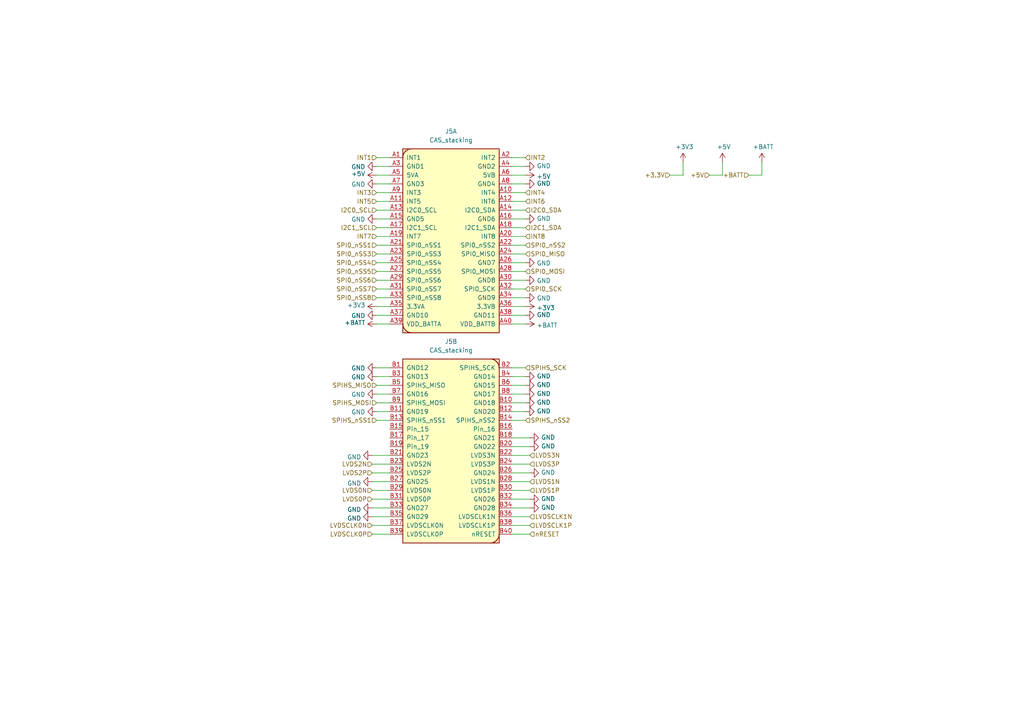
<source format=kicad_sch>
(kicad_sch (version 20211123) (generator eeschema)
  (paper "A4")
  (lib_symbols
    (symbol "power:+3.3V" (power) (pin_names (offset 0))
      (property "Value" "+3.3V" (at 0 3.556 0))
      (symbol "+3.3V_0_1"
        (polyline (pts (xy -0.762 1.27) (xy 0 2.54)))
        (polyline (pts (xy 0 0) (xy 0 2.54)))
        (polyline (pts (xy 0 2.54) (xy 0.762 1.27)))
      )
      (symbol "+3.3V_1_1"
        (pin power_in line (at 0 0 90) (length 0) hide (name "+3V3") (number "1"))
      )
    )
    (symbol "power:+5V" (power) (pin_names (offset 0))
      (property "Value" "+5V" (at 0 3.556 0))
      (symbol "+5V_0_1"
        (polyline (pts (xy -0.762 1.27) (xy 0 2.54)))
        (polyline (pts (xy 0 0) (xy 0 2.54)))
        (polyline (pts (xy 0 2.54) (xy 0.762 1.27)))
      )
      (symbol "+5V_1_1"
        (pin power_in line (at 0 0 90) (length 0) hide (name "+5V") (number "1"))
      )
    )
    (symbol "power:+BATT" (power) (pin_names (offset 0))
      (property "Value" "+BATT" (at 0 3.556 0))
      (symbol "+BATT_0_1"
        (polyline (pts (xy -0.762 1.27) (xy 0 2.54)))
        (polyline (pts (xy 0 0) (xy 0 2.54)))
        (polyline (pts (xy 0 2.54) (xy 0.762 1.27)))
      )
      (symbol "+BATT_1_1"
        (pin power_in line (at 0 0 90) (length 0) hide (name "+BATT") (number "1"))
      )
    )
    (symbol "power:GND" (power) (pin_names (offset 0))
      (property "Value" "GND" (at 0 -3.81 0))
      (symbol "GND_0_1"
        (polyline (pts (xy 0 0) (xy 0 -1.27) (xy 1.27 -1.27) (xy 0 -2.54) (xy -1.27 -1.27) (xy 0 -1.27)))
      )
      (symbol "GND_1_1"
        (pin power_in line (at 0 0 270) (length 0) hide (name "GND") (number "1"))
      )
    )
    (symbol "star-common-lib:CAS_stacking" (pin_names (offset 1.016))
      (property "Reference" "J" (at 0 31.75 0))
      (property "Value" "CAS_stacking" (at 0 29.21 0))
      (symbol "CAS_stacking_0_0"
        (rectangle (start -13.97 26.67) (end 13.97 -26.67) (stroke (width 0.254)) (fill (type background)))
      )
      (symbol "CAS_stacking_1_0"
        (arc (start -13.97 -24.13) (mid -13.2134 -25.9134) (end -11.43 -26.67) (stroke (width 0.254)))
        (arc (start -11.43 26.67) (mid -13.2313 25.9313) (end -13.97 24.13) (stroke (width 0.254)))
      )
      (symbol "CAS_stacking_1_1"
        (pin passive line (at -17.78 24.13 0) (length 3.81) (name "INT1") (number "A1"))
        (pin passive line (at 17.78 13.97 180) (length 3.81) (name "INT4") (number "A10"))
        (pin passive line (at -17.78 11.43 0) (length 3.81) (name "INT5") (number "A11"))
        (pin passive line (at 17.78 11.43 180) (length 3.81) (name "INT6") (number "A12"))
        (pin passive line (at -17.78 8.89 0) (length 3.81) (name "I2C0_SCL") (number "A13"))
        (pin passive line (at 17.78 8.89 180) (length 3.81) (name "I2C0_SDA") (number "A14"))
        (pin passive line (at -17.78 6.35 0) (length 3.81) (name "GND5") (number "A15"))
        (pin passive line (at 17.78 6.35 180) (length 3.81) (name "GND6") (number "A16"))
        (pin passive line (at -17.78 3.81 0) (length 3.81) (name "I2C1_SCL") (number "A17"))
        (pin passive line (at 17.78 3.81 180) (length 3.81) (name "I2C1_SDA") (number "A18"))
        (pin passive line (at -17.78 1.27 0) (length 3.81) (name "INT7") (number "A19"))
        (pin passive line (at 17.78 24.13 180) (length 3.81) (name "INT2") (number "A2"))
        (pin passive line (at 17.78 1.27 180) (length 3.81) (name "INT8") (number "A20"))
        (pin passive line (at -17.78 -1.27 0) (length 3.81) (name "SPI0_nSS1") (number "A21"))
        (pin passive line (at 17.78 -1.27 180) (length 3.81) (name "SPI0_nSS2") (number "A22"))
        (pin passive line (at -17.78 -3.81 0) (length 3.81) (name "SPI0_nSS3") (number "A23"))
        (pin passive line (at 17.78 -3.81 180) (length 3.81) (name "SPI0_MISO") (number "A24"))
        (pin passive line (at -17.78 -6.35 0) (length 3.81) (name "SPI0_nSS4") (number "A25"))
        (pin passive line (at 17.78 -6.35 180) (length 3.81) (name "GND7") (number "A26"))
        (pin passive line (at -17.78 -8.89 0) (length 3.81) (name "SPI0_nSS5") (number "A27"))
        (pin passive line (at 17.78 -8.89 180) (length 3.81) (name "SPI0_MOSI") (number "A28"))
        (pin passive line (at -17.78 -11.43 0) (length 3.81) (name "SPI0_nSS6") (number "A29"))
        (pin passive line (at -17.78 21.59 0) (length 3.81) (name "GND1") (number "A3"))
        (pin passive line (at 17.78 -11.43 180) (length 3.81) (name "GND8") (number "A30"))
        (pin passive line (at -17.78 -13.97 0) (length 3.81) (name "SPI0_nSS7") (number "A31"))
        (pin passive line (at 17.78 -13.97 180) (length 3.81) (name "SPI0_SCK") (number "A32"))
        (pin passive line (at -17.78 -16.51 0) (length 3.81) (name "SPI0_nSS8") (number "A33"))
        (pin passive line (at 17.78 -16.51 180) (length 3.81) (name "GND9") (number "A34"))
        (pin passive line (at -17.78 -19.05 0) (length 3.81) (name "3.3VA") (number "A35"))
        (pin passive line (at 17.78 -19.05 180) (length 3.81) (name "3.3VB") (number "A36"))
        (pin passive line (at -17.78 -21.59 0) (length 3.81) (name "GND10") (number "A37"))
        (pin passive line (at 17.78 -21.59 180) (length 3.81) (name "GND11") (number "A38"))
        (pin passive line (at -17.78 -24.13 0) (length 3.81) (name "VDD_BATTA") (number "A39"))
        (pin passive line (at 17.78 21.59 180) (length 3.81) (name "GND2") (number "A4"))
        (pin passive line (at 17.78 -24.13 180) (length 3.81) (name "VDD_BATTB") (number "A40"))
        (pin passive line (at -17.78 19.05 0) (length 3.81) (name "5VA") (number "A5"))
        (pin passive line (at 17.78 19.05 180) (length 3.81) (name "5VB") (number "A6"))
        (pin passive line (at -17.78 16.51 0) (length 3.81) (name "GND3") (number "A7"))
        (pin passive line (at 17.78 16.51 180) (length 3.81) (name "GND4") (number "A8"))
        (pin passive line (at -17.78 13.97 0) (length 3.81) (name "INT3") (number "A9"))
      )
      (symbol "CAS_stacking_2_0"
        (arc (start 11.43 -26.67) (mid 13.2134 -25.9134) (end 13.97 -24.13) (stroke (width 0.254)))
        (arc (start 13.97 24.13) (mid 13.2134 25.9134) (end 11.43 26.67) (stroke (width 0.254)))
      )
      (symbol "CAS_stacking_2_1"
        (pin passive line (at -17.78 24.13 0) (length 3.81) (name "GND12") (number "B1"))
        (pin passive line (at 17.78 13.97 180) (length 3.81) (name "GND18") (number "B10"))
        (pin passive line (at -17.78 11.43 0) (length 3.81) (name "GND19") (number "B11"))
        (pin passive line (at 17.78 11.43 180) (length 3.81) (name "GND20") (number "B12"))
        (pin passive line (at -17.78 8.89 0) (length 3.81) (name "SPIHS_nSS1") (number "B13"))
        (pin passive line (at 17.78 8.89 180) (length 3.81) (name "SPIHS_nSS2") (number "B14"))
        (pin passive line (at -17.78 6.35 0) (length 3.81) (name "Pin_15") (number "B15"))
        (pin passive line (at 17.78 6.35 180) (length 3.81) (name "Pin_16") (number "B16"))
        (pin passive line (at -17.78 3.81 0) (length 3.81) (name "Pin_17") (number "B17"))
        (pin passive line (at 17.78 3.81 180) (length 3.81) (name "GND21") (number "B18"))
        (pin passive line (at -17.78 1.27 0) (length 3.81) (name "Pin_19") (number "B19"))
        (pin passive line (at 17.78 24.13 180) (length 3.81) (name "SPIHS_SCK") (number "B2"))
        (pin passive line (at 17.78 1.27 180) (length 3.81) (name "GND22") (number "B20"))
        (pin passive line (at -17.78 -1.27 0) (length 3.81) (name "GND23") (number "B21"))
        (pin passive line (at 17.78 -1.27 180) (length 3.81) (name "LVDS3N") (number "B22"))
        (pin passive line (at -17.78 -3.81 0) (length 3.81) (name "LVDS2N") (number "B23"))
        (pin passive line (at 17.78 -3.81 180) (length 3.81) (name "LVDS3P") (number "B24"))
        (pin passive line (at -17.78 -6.35 0) (length 3.81) (name "LVDS2P") (number "B25"))
        (pin passive line (at 17.78 -6.35 180) (length 3.81) (name "GND24") (number "B26"))
        (pin passive line (at -17.78 -8.89 0) (length 3.81) (name "GND25") (number "B27"))
        (pin passive line (at 17.78 -8.89 180) (length 3.81) (name "LVDS1N") (number "B28"))
        (pin passive line (at -17.78 -11.43 0) (length 3.81) (name "LVDS0N") (number "B29"))
        (pin passive line (at -17.78 21.59 0) (length 3.81) (name "GND13") (number "B3"))
        (pin passive line (at 17.78 -11.43 180) (length 3.81) (name "LVDS1P") (number "B30"))
        (pin passive line (at -17.78 -13.97 0) (length 3.81) (name "LVDS0P") (number "B31"))
        (pin passive line (at 17.78 -13.97 180) (length 3.81) (name "GND26") (number "B32"))
        (pin passive line (at -17.78 -16.51 0) (length 3.81) (name "GND27") (number "B33"))
        (pin passive line (at 17.78 -16.51 180) (length 3.81) (name "GND28") (number "B34"))
        (pin passive line (at -17.78 -19.05 0) (length 3.81) (name "GND29") (number "B35"))
        (pin passive line (at 17.78 -19.05 180) (length 3.81) (name "LVDSCLK1N") (number "B36"))
        (pin passive line (at -17.78 -21.59 0) (length 3.81) (name "LVDSCLK0N") (number "B37"))
        (pin passive line (at 17.78 -21.59 180) (length 3.81) (name "LVDSCLK1P") (number "B38"))
        (pin passive line (at -17.78 -24.13 0) (length 3.81) (name "LVDSCLK0P") (number "B39"))
        (pin passive line (at 17.78 21.59 180) (length 3.81) (name "GND14") (number "B4"))
        (pin passive line (at 17.78 -24.13 180) (length 3.81) (name "nRESET") (number "B40"))
        (pin passive line (at -17.78 19.05 0) (length 3.81) (name "SPIHS_MISO") (number "B5"))
        (pin passive line (at 17.78 19.05 180) (length 3.81) (name "GND15") (number "B6"))
        (pin passive line (at -17.78 16.51 0) (length 3.81) (name "GND16") (number "B7"))
        (pin passive line (at 17.78 16.51 180) (length 3.81) (name "GND17") (number "B8"))
        (pin passive line (at -17.78 13.97 0) (length 3.81) (name "SPIHS_MOSI") (number "B9"))
      )
    )
  )
  (wire (pts (xy 148.59 139.7) (xy 153.67 139.7)))
  (wire (pts (xy 148.59 60.96) (xy 152.4 60.96)))
  (wire (pts (xy 107.95 149.86) (xy 113.03 149.86)))
  (wire (pts (xy 113.03 119.38) (xy 109.22 119.38)))
  (wire (pts (xy 148.59 68.58) (xy 152.4 68.58)))
  (wire (pts (xy 148.59 83.82) (xy 152.4 83.82)))
  (wire (pts (xy 148.59 48.26) (xy 152.4 48.26)))
  (wire (pts (xy 113.03 63.5) (xy 109.22 63.5)))
  (wire (pts (xy 148.59 88.9) (xy 152.4 88.9)))
  (wire (pts (xy 148.59 142.24) (xy 153.67 142.24)))
  (wire (pts (xy 148.59 58.42) (xy 152.4 58.42)))
  (wire (pts (xy 220.98 50.8) (xy 220.98 46.99)))
  (wire (pts (xy 113.03 58.42) (xy 109.22 58.42)))
  (wire (pts (xy 107.95 144.78) (xy 113.03 144.78)))
  (wire (pts (xy 109.22 88.9) (xy 113.03 88.9)))
  (wire (pts (xy 148.59 63.5) (xy 152.4 63.5)))
  (wire (pts (xy 148.59 55.88) (xy 152.4 55.88)))
  (wire (pts (xy 109.22 55.88) (xy 113.03 55.88)))
  (wire (pts (xy 148.59 78.74) (xy 152.4 78.74)))
  (wire (pts (xy 152.4 91.44) (xy 148.59 91.44)))
  (wire (pts (xy 152.4 111.76) (xy 148.59 111.76)))
  (wire (pts (xy 148.59 134.62) (xy 153.67 134.62)))
  (wire (pts (xy 109.22 50.8) (xy 113.03 50.8)))
  (wire (pts (xy 148.59 50.8) (xy 152.4 50.8)))
  (wire (pts (xy 148.59 93.98) (xy 152.4 93.98)))
  (wire (pts (xy 109.22 66.04) (xy 113.03 66.04)))
  (wire (pts (xy 148.59 106.68) (xy 152.4 106.68)))
  (wire (pts (xy 113.03 76.2) (xy 109.22 76.2)))
  (wire (pts (xy 148.59 76.2) (xy 152.4 76.2)))
  (wire (pts (xy 148.59 121.92) (xy 152.4 121.92)))
  (wire (pts (xy 113.03 45.72) (xy 109.22 45.72)))
  (wire (pts (xy 148.59 137.16) (xy 153.67 137.16)))
  (wire (pts (xy 148.59 53.34) (xy 152.4 53.34)))
  (wire (pts (xy 113.03 106.68) (xy 109.22 106.68)))
  (wire (pts (xy 148.59 66.04) (xy 152.4 66.04)))
  (wire (pts (xy 107.95 152.4) (xy 113.03 152.4)))
  (wire (pts (xy 109.22 78.74) (xy 113.03 78.74)))
  (wire (pts (xy 152.4 114.3) (xy 148.59 114.3)))
  (wire (pts (xy 109.22 121.92) (xy 113.03 121.92)))
  (wire (pts (xy 109.22 48.26) (xy 113.03 48.26)))
  (wire (pts (xy 109.22 60.96) (xy 113.03 60.96)))
  (wire (pts (xy 205.74 50.8) (xy 209.55 50.8)))
  (wire (pts (xy 109.22 71.12) (xy 113.03 71.12)))
  (wire (pts (xy 194.31 50.8) (xy 198.12 50.8)))
  (wire (pts (xy 148.59 73.66) (xy 152.4 73.66)))
  (wire (pts (xy 198.12 50.8) (xy 198.12 46.99)))
  (wire (pts (xy 209.55 50.8) (xy 209.55 46.99)))
  (wire (pts (xy 217.17 50.8) (xy 220.98 50.8)))
  (wire (pts (xy 148.59 116.84) (xy 152.4 116.84)))
  (wire (pts (xy 152.4 119.38) (xy 148.59 119.38)))
  (wire (pts (xy 148.59 144.78) (xy 153.67 144.78)))
  (wire (pts (xy 148.59 71.12) (xy 152.4 71.12)))
  (wire (pts (xy 113.03 53.34) (xy 109.22 53.34)))
  (wire (pts (xy 109.22 93.98) (xy 113.03 93.98)))
  (wire (pts (xy 107.95 147.32) (xy 113.03 147.32)))
  (wire (pts (xy 148.59 152.4) (xy 153.67 152.4)))
  (wire (pts (xy 113.03 68.58) (xy 109.22 68.58)))
  (wire (pts (xy 148.59 149.86) (xy 153.67 149.86)))
  (wire (pts (xy 107.95 137.16) (xy 113.03 137.16)))
  (wire (pts (xy 113.03 86.36) (xy 109.22 86.36)))
  (wire (pts (xy 148.59 45.72) (xy 152.4 45.72)))
  (wire (pts (xy 107.95 134.62) (xy 113.03 134.62)))
  (wire (pts (xy 109.22 73.66) (xy 113.03 73.66)))
  (wire (pts (xy 152.4 81.28) (xy 148.59 81.28)))
  (wire (pts (xy 113.03 81.28) (xy 109.22 81.28)))
  (wire (pts (xy 107.95 132.08) (xy 113.03 132.08)))
  (wire (pts (xy 148.59 127) (xy 153.67 127)))
  (wire (pts (xy 109.22 109.22) (xy 113.03 109.22)))
  (wire (pts (xy 148.59 109.22) (xy 152.4 109.22)))
  (wire (pts (xy 152.4 86.36) (xy 148.59 86.36)))
  (wire (pts (xy 148.59 129.54) (xy 153.67 129.54)))
  (wire (pts (xy 148.59 132.08) (xy 153.67 132.08)))
  (wire (pts (xy 113.03 91.44) (xy 109.22 91.44)))
  (wire (pts (xy 148.59 154.94) (xy 153.67 154.94)))
  (wire (pts (xy 113.03 114.3) (xy 109.22 114.3)))
  (wire (pts (xy 107.95 142.24) (xy 113.03 142.24)))
  (wire (pts (xy 109.22 83.82) (xy 113.03 83.82)))
  (wire (pts (xy 107.95 139.7) (xy 113.03 139.7)))
  (wire (pts (xy 113.03 111.76) (xy 109.22 111.76)))
  (wire (pts (xy 109.22 116.84) (xy 113.03 116.84)))
  (wire (pts (xy 148.59 147.32) (xy 153.67 147.32)))
  (wire (pts (xy 107.95 154.94) (xy 113.03 154.94)))
  (hierarchical_label "LVDSCLK0N" (shape input) (at 107.95 152.4 180))
  (hierarchical_label "LVDSCLK0P" (shape input) (at 107.95 154.94 180))
  (hierarchical_label "SPI0_nSS7" (shape input) (at 109.22 83.82 180))
  (hierarchical_label "I2C0_SCL" (shape input) (at 109.22 60.96 180))
  (hierarchical_label "SPI0_nSS6" (shape input) (at 109.22 81.28 180))
  (hierarchical_label "LVDS1N" (shape input) (at 153.67 139.7 0))
  (hierarchical_label "SPI0_nSS4" (shape input) (at 109.22 76.2 180))
  (hierarchical_label "+5V" (shape input) (at 205.74 50.8 180))
  (hierarchical_label "INT5" (shape input) (at 109.22 58.42 180))
  (hierarchical_label "SPIHS_nSS2" (shape input) (at 152.4 121.92 0))
  (hierarchical_label "LVDS1P" (shape input) (at 153.67 142.24 0))
  (hierarchical_label "INT1" (shape input) (at 109.22 45.72 180))
  (hierarchical_label "SPIHS_SCK" (shape input) (at 152.4 106.68 0))
  (hierarchical_label "INT7" (shape input) (at 109.22 68.58 180))
  (hierarchical_label "LVDS3N" (shape input) (at 153.67 132.08 0))
  (hierarchical_label "SPI0_nSS8" (shape input) (at 109.22 86.36 180))
  (hierarchical_label "LVDSCLK1N" (shape input) (at 153.67 149.86 0))
  (hierarchical_label "SPIHS_MOSI" (shape input) (at 109.22 116.84 180))
  (hierarchical_label "SPI0_nSS1" (shape input) (at 109.22 71.12 180))
  (hierarchical_label "I2C0_SDA" (shape input) (at 152.4 60.96 0))
  (hierarchical_label "SPI0_nSS2" (shape input) (at 152.4 71.12 0))
  (hierarchical_label "+BATT" (shape input) (at 217.17 50.8 180))
  (hierarchical_label "INT2" (shape input) (at 152.4 45.72 0))
  (hierarchical_label "I2C1_SDA" (shape input) (at 152.4 66.04 0))
  (hierarchical_label "LVDSCLK1P" (shape input) (at 153.67 152.4 0))
  (hierarchical_label "INT3" (shape input) (at 109.22 55.88 180))
  (hierarchical_label "INT4" (shape input) (at 152.4 55.88 0))
  (hierarchical_label "nRESET" (shape input) (at 153.67 154.94 0))
  (hierarchical_label "I2C1_SCL" (shape input) (at 109.22 66.04 180))
  (hierarchical_label "LVDS2N" (shape input) (at 107.95 134.62 180))
  (hierarchical_label "SPI0_SCK" (shape input) (at 152.4 83.82 0))
  (hierarchical_label "SPI0_nSS5" (shape input) (at 109.22 78.74 180))
  (hierarchical_label "LVDS0P" (shape input) (at 107.95 144.78 180))
  (hierarchical_label "SPIHS_MISO" (shape input) (at 109.22 111.76 180))
  (hierarchical_label "SPI0_MOSI" (shape input) (at 152.4 78.74 0))
  (hierarchical_label "INT8" (shape input) (at 152.4 68.58 0))
  (hierarchical_label "+3.3V" (shape input) (at 194.31 50.8 180))
  (hierarchical_label "LVDS2P" (shape input) (at 107.95 137.16 180))
  (hierarchical_label "INT6" (shape input) (at 152.4 58.42 0))
  (hierarchical_label "SPI0_MISO" (shape input) (at 152.4 73.66 0))
  (hierarchical_label "SPI0_nSS3" (shape input) (at 109.22 73.66 180))
  (hierarchical_label "LVDS0N" (shape input) (at 107.95 142.24 180))
  (hierarchical_label "SPIHS_nSS1" (shape input) (at 109.22 121.92 180))
  (hierarchical_label "LVDS3P" (shape input) (at 153.67 134.62 0))
  (symbol (lib_id "power:+5V") (at 109.22 50.8 90) (unit 1)
    (property "Reference" "#PWR0113" (effects hide))
    (property "Value" "+5V" (at 105.9688 50.419 90) (effects (justify left)))
  )
  (symbol (lib_id "power:+5V") (at 152.4 50.8 270) (unit 1)
    (property "Reference" "#PWR0114" (effects hide))
    (property "Value" "+5V" (at 155.6512 51.181 90) (effects (justify left)))
  )
  (symbol (lib_id "power:+3.3V") (at 152.4 88.9 270) (unit 1)
    (property "Reference" "#PWR0115" (effects hide))
    (property "Value" "+3.3V" (at 155.6512 89.281 90) (effects (justify left)))
  )
  (symbol (lib_id "power:+3.3V") (at 109.22 88.9 90) (unit 1)
    (property "Reference" "#PWR0141" (effects hide))
    (property "Value" "+3.3V" (at 105.9688 88.519 90) (effects (justify left)))
  )
  (symbol (lib_id "power:+BATT") (at 109.22 93.98 90) (unit 1)
    (property "Reference" "#PWR0116" (effects hide))
    (property "Value" "+BATT" (at 105.9942 93.599 90) (effects (justify left)))
  )
  (symbol (lib_id "power:+BATT") (at 152.4 93.98 270) (unit 1)
    (property "Reference" "#PWR0117" (effects hide))
    (property "Value" "+BATT" (at 155.6512 94.361 90) (effects (justify left)))
  )
  (symbol (lib_id "power:GND") (at 152.4 63.5 90) (unit 1)
    (property "Reference" "#PWR0118" (effects hide))
    (property "Value" "GND" (at 155.6512 63.373 90) (effects (justify right)))
  )
  (symbol (lib_id "power:GND") (at 109.22 63.5 270) (unit 1)
    (property "Reference" "#PWR0119" (effects hide))
    (property "Value" "GND" (at 105.9688 63.627 90) (effects (justify right)))
  )
  (symbol (lib_id "power:GND") (at 152.4 76.2 90) (mirror x) (unit 1)
    (property "Reference" "#PWR0140" (effects hide))
    (property "Value" "GND" (at 155.6512 76.327 90) (effects (justify right)))
  )
  (symbol (lib_id "power:GND") (at 152.4 81.28 90) (mirror x) (unit 1)
    (property "Reference" "#PWR0139" (effects hide))
    (property "Value" "GND" (at 155.6512 81.407 90) (effects (justify right)))
  )
  (symbol (lib_id "power:GND") (at 109.22 91.44 270) (unit 1)
    (property "Reference" "#PWR0138" (effects hide))
    (property "Value" "GND" (at 105.9688 91.567 90) (effects (justify right)))
  )
  (symbol (lib_id "power:GND") (at 152.4 91.44 90) (unit 1)
    (property "Reference" "#PWR0120" (effects hide))
    (property "Value" "GND" (at 155.6512 91.313 90) (effects (justify right)))
  )
  (symbol (lib_id "power:GND") (at 152.4 48.26 90) (unit 1)
    (property "Reference" "#PWR0121" (effects hide))
    (property "Value" "GND" (at 155.6512 48.133 90) (effects (justify right)))
  )
  (symbol (lib_id "power:GND") (at 152.4 53.34 90) (unit 1)
    (property "Reference" "#PWR0122" (effects hide))
    (property "Value" "GND" (at 155.6512 53.213 90) (effects (justify right)))
  )
  (symbol (lib_id "power:GND") (at 109.22 48.26 270) (unit 1)
    (property "Reference" "#PWR0123" (effects hide))
    (property "Value" "GND" (at 105.9688 48.387 90) (effects (justify right)))
  )
  (symbol (lib_id "power:GND") (at 109.22 53.34 270) (unit 1)
    (property "Reference" "#PWR0124" (effects hide))
    (property "Value" "GND" (at 105.9688 53.467 90) (effects (justify right)))
  )
  (symbol (lib_id "power:GND") (at 152.4 86.36 90) (mirror x) (unit 1)
    (property "Reference" "#PWR0137" (effects hide))
    (property "Value" "GND" (at 155.6512 86.487 90) (effects (justify right)))
  )
  (symbol (lib_id "power:GND") (at 109.22 106.68 270) (unit 1)
    (property "Reference" "#PWR0125" (effects hide))
    (property "Value" "GND" (at 105.9688 106.807 90) (effects (justify right)))
  )
  (symbol (lib_id "power:GND") (at 109.22 109.22 270) (unit 1)
    (property "Reference" "#PWR0126" (effects hide))
    (property "Value" "GND" (at 105.9688 109.347 90) (effects (justify right)))
  )
  (symbol (lib_id "power:GND") (at 109.22 114.3 270) (unit 1)
    (property "Reference" "#PWR0127" (effects hide))
    (property "Value" "GND" (at 105.9688 114.427 90) (effects (justify right)))
  )
  (symbol (lib_id "power:GND") (at 109.22 119.38 270) (unit 1)
    (property "Reference" "#PWR0128" (effects hide))
    (property "Value" "GND" (at 105.9688 119.507 90) (effects (justify right)))
  )
  (symbol (lib_id "power:GND") (at 152.4 109.22 90) (unit 1)
    (property "Reference" "#PWR0129" (effects hide))
    (property "Value" "GND" (at 155.6512 109.093 90) (effects (justify right)))
  )
  (symbol (lib_id "power:GND") (at 152.4 111.76 90) (unit 1)
    (property "Reference" "#PWR0130" (effects hide))
    (property "Value" "GND" (at 155.6512 111.633 90) (effects (justify right)))
  )
  (symbol (lib_id "power:GND") (at 152.4 114.3 90) (unit 1)
    (property "Reference" "#PWR0131" (effects hide))
    (property "Value" "GND" (at 155.6512 114.173 90) (effects (justify right)))
  )
  (symbol (lib_id "power:GND") (at 152.4 116.84 90) (unit 1)
    (property "Reference" "#PWR0132" (effects hide))
    (property "Value" "GND" (at 155.6512 116.713 90) (effects (justify right)))
  )
  (symbol (lib_id "power:GND") (at 152.4 119.38 90) (unit 1)
    (property "Reference" "#PWR0133" (effects hide))
    (property "Value" "GND" (at 155.6512 119.253 90) (effects (justify right)))
  )
  (symbol (lib_id "power:+3.3V") (at 198.12 46.99 0) (unit 1)
    (property "Reference" "#PWR0134" (effects hide))
    (property "Value" "+3.3V" (at 198.501 42.5958 0))
  )
  (symbol (lib_id "power:+5V") (at 209.55 46.99 0) (unit 1)
    (property "Reference" "#PWR0135" (effects hide))
    (property "Value" "+5V" (at 209.931 42.5958 0))
  )
  (symbol (lib_id "power:+BATT") (at 220.98 46.99 0) (unit 1)
    (property "Reference" "#PWR0136" (effects hide))
    (property "Value" "+BATT" (at 221.361 42.5958 0))
  )
  (symbol (lib_id "star-common-lib:CAS_stacking") (at 130.81 69.85 0) (unit 1)
    (property "Reference" "J5" (at 130.8099 38.1 0))
    (property "Value" "CAS_stacking" (at 130.8099 40.64 0))
  )
  (symbol (lib_id "power:GND") (at 153.67 127 90) (unit 1)
    (property "Reference" "#PWR?" (effects hide))
    (property "Value" "GND" (at 156.9212 126.873 90) (effects (justify right)))
  )
  (symbol (lib_id "power:GND") (at 153.67 129.54 90) (unit 1)
    (property "Reference" "#PWR?" (effects hide))
    (property "Value" "GND" (at 156.9212 129.413 90) (effects (justify right)))
  )
  (symbol (lib_id "power:GND") (at 107.95 149.86 270) (unit 1)
    (property "Reference" "#PWR?" (effects hide))
    (property "Value" "GND" (at 104.775 150.339 90) (effects (justify right)))
  )
  (symbol (lib_id "power:GND") (at 153.67 137.16 90) (unit 1)
    (property "Reference" "#PWR?" (effects hide))
    (property "Value" "GND" (at 156.9212 137.033 90) (effects (justify right)))
  )
  (symbol (lib_id "power:GND") (at 153.67 147.32 90) (unit 1)
    (property "Reference" "#PWR?" (effects hide))
    (property "Value" "GND" (at 156.9212 147.193 90) (effects (justify right)))
  )
  (symbol (lib_id "star-common-lib:CAS_stacking") (at 130.81 130.81 0) (unit 2)
    (property "Reference" "J5" (at 130.81 99.06 0))
    (property "Value" "CAS_stacking" (at 130.81 101.6 0))
  )
  (symbol (lib_id "power:GND") (at 107.95 147.32 270) (unit 1)
    (property "Reference" "#PWR?" (effects hide))
    (property "Value" "GND" (at 104.775 147.799 90) (effects (justify right)))
  )
  (symbol (lib_id "power:GND") (at 107.95 139.7 270) (unit 1)
    (property "Reference" "#PWR?" (effects hide))
    (property "Value" "GND" (at 104.775 140.179 90) (effects (justify right)))
  )
  (symbol (lib_id "power:GND") (at 153.67 144.78 90) (unit 1)
    (property "Reference" "#PWR?" (effects hide))
    (property "Value" "GND" (at 156.9212 144.653 90) (effects (justify right)))
  )
  (symbol (lib_id "power:GND") (at 107.95 132.08 270) (unit 1)
    (property "Reference" "#PWR?" (effects hide))
    (property "Value" "GND" (at 104.775 132.559 90) (effects (justify right)))
  )
)
</source>
